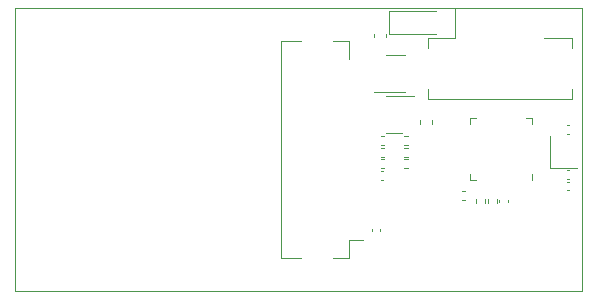
<source format=gbr>
%TF.GenerationSoftware,KiCad,Pcbnew,7.0.4-0*%
%TF.CreationDate,2024-03-15T14:37:27+08:00*%
%TF.ProjectId,hw,68772e6b-6963-4616-945f-706362585858,rev?*%
%TF.SameCoordinates,Original*%
%TF.FileFunction,Legend,Bot*%
%TF.FilePolarity,Positive*%
%FSLAX46Y46*%
G04 Gerber Fmt 4.6, Leading zero omitted, Abs format (unit mm)*
G04 Created by KiCad (PCBNEW 7.0.4-0) date 2024-03-15 14:37:27*
%MOMM*%
%LPD*%
G01*
G04 APERTURE LIST*
%ADD10C,0.100000*%
%ADD11C,0.120000*%
G04 APERTURE END LIST*
D10*
X101000000Y-85000000D02*
X101000000Y-61000000D01*
X149000000Y-61000000D02*
X149000000Y-85000000D01*
X101000000Y-61000000D02*
X149000000Y-61000000D01*
X149000000Y-85000000D02*
X101000000Y-85000000D01*
D11*
%TO.C,C1*%
X131410000Y-63455580D02*
X131410000Y-63174420D01*
X132430000Y-63455580D02*
X132430000Y-63174420D01*
%TO.C,C4*%
X147957836Y-71650000D02*
X147742164Y-71650000D01*
X147957836Y-70930000D02*
X147742164Y-70930000D01*
%TO.C,R1*%
X140040000Y-77513641D02*
X140040000Y-77206359D01*
X140800000Y-77513641D02*
X140800000Y-77206359D01*
%TO.C,U2*%
X139550000Y-75562500D02*
X140025000Y-75562500D01*
X139550000Y-75087500D02*
X139550000Y-75562500D01*
X144770000Y-75087500D02*
X144770000Y-75562500D01*
X139550000Y-70817500D02*
X139550000Y-70342500D01*
X144770000Y-70817500D02*
X144770000Y-70342500D01*
X139550000Y-70342500D02*
X140025000Y-70342500D01*
X144770000Y-70342500D02*
X144295000Y-70342500D01*
%TO.C,R4*%
X133946359Y-72830000D02*
X134253641Y-72830000D01*
X133946359Y-73590000D02*
X134253641Y-73590000D01*
%TO.C,J2*%
X135965000Y-63520000D02*
X138290000Y-63520000D01*
X135965000Y-64370000D02*
X135965000Y-63520000D01*
X135965000Y-67890000D02*
X135965000Y-68740000D01*
X135965000Y-68740000D02*
X148135000Y-68740000D01*
X138290000Y-63520000D02*
X138290000Y-61130000D01*
X148135000Y-63520000D02*
X145810000Y-63520000D01*
X148135000Y-64370000D02*
X148135000Y-63520000D01*
X148135000Y-68740000D02*
X148135000Y-67890000D01*
%TO.C,R3*%
X133946360Y-73820000D02*
X134253642Y-73820000D01*
X133946360Y-74580000D02*
X134253642Y-74580000D01*
%TO.C,J1*%
X123500000Y-82150000D02*
X123500000Y-63850000D01*
X125240000Y-82150000D02*
X123500000Y-82150000D01*
X129300000Y-82150000D02*
X127960000Y-82150000D01*
X129300000Y-80660000D02*
X129300000Y-82150000D01*
X129300000Y-80660000D02*
X130500000Y-80660000D01*
X129300000Y-65340000D02*
X129300000Y-63850000D01*
X123500000Y-63850000D02*
X125240000Y-63850000D01*
X129300000Y-63850000D02*
X127960000Y-63850000D01*
%TO.C,C3*%
X147957836Y-75470000D02*
X147742164Y-75470000D01*
X147957836Y-74750000D02*
X147742164Y-74750000D01*
%TO.C,C8*%
X142030000Y-77447836D02*
X142030000Y-77232164D01*
X142750000Y-77447836D02*
X142750000Y-77232164D01*
%TO.C,R2*%
X141030000Y-77513641D02*
X141030000Y-77206359D01*
X141790000Y-77513641D02*
X141790000Y-77206359D01*
%TO.C,R8*%
X134253641Y-72600000D02*
X133946359Y-72600000D01*
X134253641Y-71840000D02*
X133946359Y-71840000D01*
%TO.C,D1*%
X132690000Y-61230000D02*
X136700000Y-61230000D01*
X132690000Y-63230000D02*
X132690000Y-61230000D01*
X132690000Y-63230000D02*
X136700000Y-63230000D01*
%TO.C,U1*%
X133237500Y-64990000D02*
X132437500Y-64990000D01*
X133237500Y-64990000D02*
X134037500Y-64990000D01*
X133237500Y-68110000D02*
X131437500Y-68110000D01*
X133237500Y-68110000D02*
X134037500Y-68110000D01*
%TO.C,Y1*%
X146310000Y-74550000D02*
X146310000Y-71850000D01*
X148610000Y-74550000D02*
X146310000Y-74550000D01*
%TO.C,C5*%
X139097836Y-77250000D02*
X138882164Y-77250000D01*
X139097836Y-76530000D02*
X138882164Y-76530000D01*
%TO.C,C2*%
X136320000Y-70519420D02*
X136320000Y-70800580D01*
X135300000Y-70519420D02*
X135300000Y-70800580D01*
%TO.C,Q1*%
X133110000Y-71560000D02*
X133760000Y-71560000D01*
X133110000Y-71560000D02*
X132460000Y-71560000D01*
X133110000Y-68440000D02*
X134785000Y-68440000D01*
X133110000Y-68440000D02*
X132460000Y-68440000D01*
%TO.C,R6*%
X132273641Y-73590000D02*
X131966359Y-73590000D01*
X132273641Y-72830000D02*
X131966359Y-72830000D01*
%TO.C,R5*%
X132273641Y-74580000D02*
X131966359Y-74580000D01*
X132273641Y-73820000D02*
X131966359Y-73820000D01*
%TO.C,C7*%
X131210000Y-79937836D02*
X131210000Y-79722164D01*
X131930000Y-79937836D02*
X131930000Y-79722164D01*
%TO.C,C9*%
X147960336Y-76437500D02*
X147744664Y-76437500D01*
X147960336Y-75717500D02*
X147744664Y-75717500D01*
%TO.C,R7*%
X132273641Y-72600000D02*
X131966359Y-72600000D01*
X132273641Y-71840000D02*
X131966359Y-71840000D01*
%TO.C,C6*%
X131992164Y-74820000D02*
X132207836Y-74820000D01*
X131992164Y-75540000D02*
X132207836Y-75540000D01*
%TD*%
M02*

</source>
